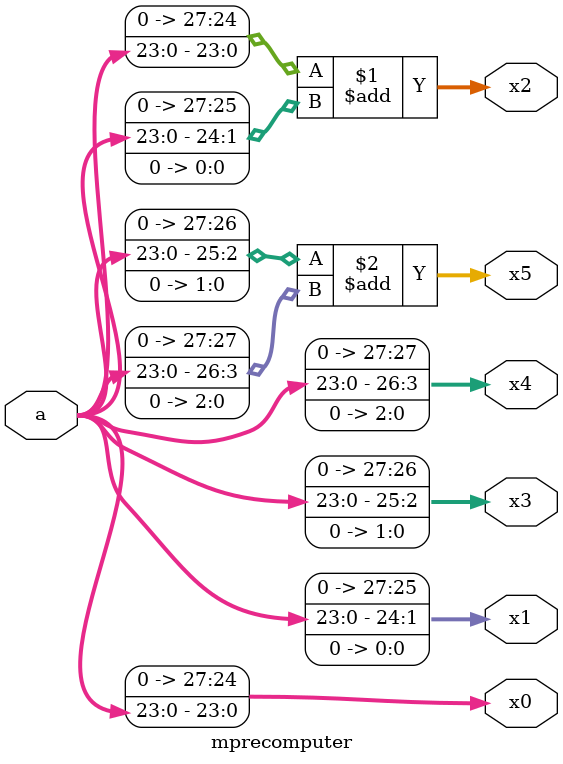
<source format=v>

module mprecomputer(a,x0,x1,x2,x3,x4,x5);

input [23:0]a;
output [27:0]x0,x1,x2,x3,x4,x5;

assign x0= {4'b0,a};  //1
assign x1= {3'b0,a[23:0],1'b0}; //2
assign x2= x0+x1; //3
assign x3= {2'b0,a[23:0],2'b0};  //4
assign x4= {1'b0,a[23:0],3'b0};  //8
assign x5= x3+x4;  //12

endmodule


</source>
